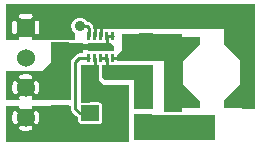
<source format=gbr>
G04 start of page 2 for group 0 idx 0 *
G04 Title: (unknown), component *
G04 Creator: pcb 20110918 *
G04 CreationDate: Sun 25 Aug 2013 03:10:13 AM GMT UTC *
G04 For: railfan *
G04 Format: Gerber/RS-274X *
G04 PCB-Dimensions: 85000 48000 *
G04 PCB-Coordinate-Origin: lower left *
%MOIN*%
%FSLAX25Y25*%
%LNTOP*%
%ADD22C,0.0380*%
%ADD21C,0.0360*%
%ADD20R,0.0142X0.0142*%
%ADD19R,0.0240X0.0240*%
%ADD18R,0.0360X0.0360*%
%ADD17R,0.0512X0.0512*%
%ADD16R,0.0230X0.0230*%
%ADD15R,0.0098X0.0098*%
%ADD14C,0.0600*%
%ADD13C,0.0200*%
%ADD12C,0.0100*%
%ADD11C,0.0001*%
G54D11*G36*
X11250Y47000D02*X24000D01*
Y41865D01*
X23849Y41772D01*
X23514Y41486D01*
X23228Y41151D01*
X22997Y40775D01*
X22829Y40368D01*
X22726Y39939D01*
X22691Y39500D01*
X22726Y39061D01*
X22829Y38632D01*
X22997Y38225D01*
X23228Y37849D01*
X23514Y37514D01*
X23849Y37228D01*
X24000Y37135D01*
Y35000D01*
X11250D01*
Y36748D01*
X11368Y36757D01*
X11482Y36785D01*
X11592Y36830D01*
X11692Y36891D01*
X11782Y36968D01*
X11859Y37058D01*
X11920Y37158D01*
X11965Y37268D01*
X11993Y37382D01*
X12000Y37500D01*
Y40500D01*
X11993Y40618D01*
X11965Y40732D01*
X11920Y40842D01*
X11859Y40942D01*
X11782Y41032D01*
X11692Y41109D01*
X11592Y41170D01*
X11482Y41215D01*
X11368Y41243D01*
X11250Y41252D01*
Y47000D01*
G37*
G36*
X7500D02*X11250D01*
Y41252D01*
X11132Y41243D01*
X11018Y41215D01*
X10908Y41170D01*
X10808Y41109D01*
X10718Y41032D01*
X10641Y40942D01*
X10580Y40842D01*
X10535Y40732D01*
X10507Y40618D01*
X10500Y40500D01*
Y37500D01*
X10507Y37382D01*
X10535Y37268D01*
X10580Y37158D01*
X10641Y37058D01*
X10718Y36968D01*
X10808Y36891D01*
X10908Y36830D01*
X11018Y36785D01*
X11132Y36757D01*
X11250Y36748D01*
Y35000D01*
X9708D01*
X9715Y35018D01*
X9743Y35132D01*
X9752Y35250D01*
X9743Y35368D01*
X9715Y35482D01*
X9670Y35592D01*
X9609Y35692D01*
X9532Y35782D01*
X9442Y35859D01*
X9342Y35920D01*
X9232Y35965D01*
X9118Y35993D01*
X9000Y36000D01*
X7500D01*
Y42000D01*
X9000D01*
X9118Y42007D01*
X9232Y42035D01*
X9342Y42080D01*
X9442Y42141D01*
X9532Y42218D01*
X9609Y42308D01*
X9670Y42408D01*
X9715Y42518D01*
X9743Y42632D01*
X9752Y42750D01*
X9743Y42868D01*
X9715Y42982D01*
X9670Y43092D01*
X9609Y43192D01*
X9532Y43282D01*
X9442Y43359D01*
X9342Y43420D01*
X9232Y43465D01*
X9118Y43493D01*
X9000Y43500D01*
X7500D01*
Y47000D01*
G37*
G36*
X3750D02*X7500D01*
Y43500D01*
X6000D01*
X5882Y43493D01*
X5768Y43465D01*
X5658Y43420D01*
X5558Y43359D01*
X5468Y43282D01*
X5391Y43192D01*
X5330Y43092D01*
X5285Y42982D01*
X5257Y42868D01*
X5248Y42750D01*
X5257Y42632D01*
X5285Y42518D01*
X5330Y42408D01*
X5391Y42308D01*
X5468Y42218D01*
X5558Y42141D01*
X5658Y42080D01*
X5768Y42035D01*
X5882Y42007D01*
X6000Y42000D01*
X7500D01*
Y36000D01*
X6000D01*
X5882Y35993D01*
X5768Y35965D01*
X5658Y35920D01*
X5558Y35859D01*
X5468Y35782D01*
X5391Y35692D01*
X5330Y35592D01*
X5285Y35482D01*
X5257Y35368D01*
X5248Y35250D01*
X5257Y35132D01*
X5285Y35018D01*
X5292Y35000D01*
X3750D01*
Y36748D01*
X3868Y36757D01*
X3982Y36785D01*
X4092Y36830D01*
X4192Y36891D01*
X4282Y36968D01*
X4359Y37058D01*
X4420Y37158D01*
X4465Y37268D01*
X4493Y37382D01*
X4500Y37500D01*
Y40500D01*
X4493Y40618D01*
X4465Y40732D01*
X4420Y40842D01*
X4359Y40942D01*
X4282Y41032D01*
X4192Y41109D01*
X4092Y41170D01*
X3982Y41215D01*
X3868Y41243D01*
X3750Y41252D01*
Y47000D01*
G37*
G36*
X1000D02*X3750D01*
Y41252D01*
X3632Y41243D01*
X3518Y41215D01*
X3408Y41170D01*
X3308Y41109D01*
X3218Y41032D01*
X3141Y40942D01*
X3080Y40842D01*
X3035Y40732D01*
X3007Y40618D01*
X3000Y40500D01*
Y37500D01*
X3007Y37382D01*
X3035Y37268D01*
X3080Y37158D01*
X3141Y37058D01*
X3218Y36968D01*
X3308Y36891D01*
X3408Y36830D01*
X3518Y36785D01*
X3632Y36757D01*
X3750Y36748D01*
Y35000D01*
X1000D01*
Y47000D01*
G37*
G36*
X32000Y15000D02*X26000D01*
Y26500D01*
X32000D01*
Y15000D01*
G37*
G36*
X16000Y34000D02*X26500D01*
Y30358D01*
X25417D01*
X25358Y30363D01*
X25123Y30344D01*
X24893Y30289D01*
X24675Y30199D01*
X24474Y30075D01*
X24473Y30075D01*
X24294Y29922D01*
X24256Y29877D01*
X22981Y28602D01*
X22936Y28564D01*
X22783Y28384D01*
X22659Y28183D01*
X22569Y27965D01*
X22514Y27735D01*
X22514Y27735D01*
X22495Y27500D01*
X22500Y27441D01*
Y15000D01*
X16000D01*
Y34000D01*
G37*
G36*
X11113Y24500D02*X22500D01*
Y15000D01*
X11113D01*
Y16853D01*
X11156Y16860D01*
X11268Y16897D01*
X11373Y16952D01*
X11468Y17022D01*
X11551Y17106D01*
X11619Y17202D01*
X11670Y17308D01*
X11818Y17716D01*
X11922Y18137D01*
X11984Y18567D01*
X12005Y19000D01*
X11984Y19433D01*
X11922Y19863D01*
X11818Y20284D01*
X11675Y20694D01*
X11622Y20800D01*
X11553Y20896D01*
X11470Y20981D01*
X11375Y21051D01*
X11269Y21106D01*
X11157Y21143D01*
X11113Y21151D01*
Y24500D01*
G37*
G36*
X7498Y24486D02*X7500Y24486D01*
X7676Y24500D01*
X11113D01*
Y21151D01*
X11040Y21163D01*
X10921Y21164D01*
X10804Y21146D01*
X10691Y21110D01*
X10585Y21057D01*
X10488Y20988D01*
X10404Y20905D01*
X10333Y20809D01*
X10279Y20704D01*
X10241Y20592D01*
X10222Y20475D01*
X10221Y20356D01*
X10239Y20239D01*
X10277Y20126D01*
X10376Y19855D01*
X10444Y19575D01*
X10486Y19289D01*
X10500Y19000D01*
X10486Y18711D01*
X10444Y18425D01*
X10376Y18145D01*
X10280Y17872D01*
X10242Y17761D01*
X10225Y17644D01*
X10225Y17526D01*
X10245Y17409D01*
X10282Y17297D01*
X10336Y17193D01*
X10406Y17098D01*
X10491Y17015D01*
X10587Y16946D01*
X10692Y16893D01*
X10805Y16857D01*
X10921Y16840D01*
X11039Y16841D01*
X11113Y16853D01*
Y15000D01*
X9450D01*
X9481Y15030D01*
X9551Y15125D01*
X9606Y15231D01*
X9643Y15343D01*
X9663Y15460D01*
X9664Y15579D01*
X9646Y15696D01*
X9610Y15809D01*
X9557Y15915D01*
X9488Y16012D01*
X9405Y16096D01*
X9309Y16167D01*
X9204Y16221D01*
X9092Y16259D01*
X8975Y16278D01*
X8856Y16279D01*
X8739Y16261D01*
X8626Y16223D01*
X8355Y16124D01*
X8075Y16056D01*
X7789Y16014D01*
X7500Y16000D01*
X7498Y16000D01*
Y22000D01*
X7500Y22000D01*
X7789Y21986D01*
X8075Y21944D01*
X8355Y21876D01*
X8628Y21780D01*
X8739Y21742D01*
X8856Y21725D01*
X8974Y21725D01*
X9091Y21745D01*
X9203Y21782D01*
X9307Y21836D01*
X9402Y21906D01*
X9485Y21991D01*
X9554Y22087D01*
X9607Y22192D01*
X9643Y22305D01*
X9660Y22421D01*
X9659Y22539D01*
X9640Y22656D01*
X9603Y22768D01*
X9548Y22873D01*
X9478Y22968D01*
X9394Y23051D01*
X9298Y23119D01*
X9192Y23170D01*
X8784Y23318D01*
X8363Y23422D01*
X7933Y23484D01*
X7500Y23505D01*
X7498Y23505D01*
Y24486D01*
G37*
G36*
X3887Y24500D02*X7324D01*
X7498Y24486D01*
Y23505D01*
X7067Y23484D01*
X6637Y23422D01*
X6216Y23318D01*
X5806Y23175D01*
X5700Y23122D01*
X5604Y23053D01*
X5519Y22970D01*
X5449Y22875D01*
X5394Y22769D01*
X5357Y22657D01*
X5337Y22540D01*
X5336Y22421D01*
X5354Y22304D01*
X5390Y22191D01*
X5443Y22085D01*
X5512Y21988D01*
X5595Y21904D01*
X5691Y21833D01*
X5796Y21779D01*
X5908Y21741D01*
X6025Y21722D01*
X6144Y21721D01*
X6261Y21739D01*
X6374Y21777D01*
X6645Y21876D01*
X6925Y21944D01*
X7211Y21986D01*
X7498Y22000D01*
Y16000D01*
X7211Y16014D01*
X6925Y16056D01*
X6645Y16124D01*
X6372Y16220D01*
X6261Y16258D01*
X6144Y16275D01*
X6026Y16275D01*
X5909Y16255D01*
X5797Y16218D01*
X5693Y16164D01*
X5598Y16094D01*
X5515Y16009D01*
X5446Y15913D01*
X5393Y15808D01*
X5357Y15695D01*
X5340Y15579D01*
X5341Y15461D01*
X5360Y15344D01*
X5397Y15232D01*
X5452Y15127D01*
X5522Y15032D01*
X5555Y15000D01*
X3887D01*
Y16849D01*
X3960Y16837D01*
X4079Y16836D01*
X4196Y16854D01*
X4309Y16890D01*
X4415Y16943D01*
X4512Y17012D01*
X4596Y17095D01*
X4667Y17191D01*
X4721Y17296D01*
X4759Y17408D01*
X4778Y17525D01*
X4779Y17644D01*
X4761Y17761D01*
X4723Y17874D01*
X4624Y18145D01*
X4556Y18425D01*
X4514Y18711D01*
X4500Y19000D01*
X4514Y19289D01*
X4556Y19575D01*
X4624Y19855D01*
X4720Y20128D01*
X4758Y20239D01*
X4775Y20356D01*
X4775Y20474D01*
X4755Y20591D01*
X4718Y20703D01*
X4664Y20807D01*
X4594Y20902D01*
X4509Y20985D01*
X4413Y21054D01*
X4308Y21107D01*
X4195Y21143D01*
X4079Y21160D01*
X3961Y21159D01*
X3887Y21147D01*
Y24500D01*
G37*
G36*
X1000D02*X3887D01*
Y21147D01*
X3844Y21140D01*
X3732Y21103D01*
X3627Y21048D01*
X3532Y20978D01*
X3449Y20894D01*
X3381Y20798D01*
X3330Y20692D01*
X3182Y20284D01*
X3078Y19863D01*
X3016Y19433D01*
X2995Y19000D01*
X3016Y18567D01*
X3078Y18137D01*
X3182Y17716D01*
X3325Y17306D01*
X3378Y17200D01*
X3447Y17104D01*
X3530Y17019D01*
X3625Y16949D01*
X3731Y16894D01*
X3843Y16857D01*
X3887Y16849D01*
Y15000D01*
X1000D01*
Y24500D01*
G37*
G36*
X12000Y23500D02*X17000Y28500D01*
Y23500D01*
X12000D01*
G37*
G36*
X11113Y13000D02*X22500D01*
Y12059D01*
X22495Y12000D01*
X22514Y11765D01*
X22569Y11535D01*
X22659Y11317D01*
X22783Y11116D01*
X22936Y10936D01*
X22981Y10898D01*
X24398Y9481D01*
X24436Y9436D01*
X24616Y9283D01*
X24817Y9159D01*
X25035Y9069D01*
X25055Y9064D01*
X25057Y7741D01*
X25094Y7588D01*
X25154Y7443D01*
X25236Y7308D01*
X25339Y7189D01*
X25458Y7086D01*
X25593Y7004D01*
X25738Y6944D01*
X25891Y6907D01*
X26048Y6898D01*
X32109Y6907D01*
X32262Y6944D01*
X32407Y7004D01*
X32542Y7086D01*
X32661Y7189D01*
X32764Y7308D01*
X32846Y7443D01*
X32906Y7588D01*
X32943Y7741D01*
X32952Y7898D01*
X32943Y13000D01*
X42000D01*
Y1000D01*
X11113D01*
Y6853D01*
X11156Y6860D01*
X11268Y6897D01*
X11373Y6952D01*
X11468Y7022D01*
X11551Y7106D01*
X11619Y7202D01*
X11670Y7308D01*
X11818Y7716D01*
X11922Y8137D01*
X11984Y8567D01*
X12005Y9000D01*
X11984Y9433D01*
X11922Y9863D01*
X11818Y10284D01*
X11675Y10694D01*
X11622Y10800D01*
X11553Y10896D01*
X11470Y10981D01*
X11375Y11051D01*
X11269Y11106D01*
X11157Y11143D01*
X11113Y11151D01*
Y13000D01*
G37*
G36*
X7502Y12000D02*X7789Y11986D01*
X8075Y11944D01*
X8355Y11876D01*
X8628Y11780D01*
X8739Y11742D01*
X8856Y11725D01*
X8974Y11725D01*
X9091Y11745D01*
X9203Y11782D01*
X9307Y11836D01*
X9402Y11906D01*
X9485Y11991D01*
X9554Y12087D01*
X9607Y12192D01*
X9643Y12305D01*
X9660Y12421D01*
X9659Y12539D01*
X9640Y12656D01*
X9603Y12768D01*
X9548Y12873D01*
X9478Y12968D01*
X9445Y13000D01*
X11113D01*
Y11151D01*
X11040Y11163D01*
X10921Y11164D01*
X10804Y11146D01*
X10691Y11110D01*
X10585Y11057D01*
X10488Y10988D01*
X10404Y10905D01*
X10333Y10809D01*
X10279Y10704D01*
X10241Y10592D01*
X10222Y10475D01*
X10221Y10356D01*
X10239Y10239D01*
X10277Y10126D01*
X10376Y9855D01*
X10444Y9575D01*
X10486Y9289D01*
X10500Y9000D01*
X10486Y8711D01*
X10444Y8425D01*
X10376Y8145D01*
X10280Y7872D01*
X10242Y7761D01*
X10225Y7644D01*
X10225Y7526D01*
X10245Y7409D01*
X10282Y7297D01*
X10336Y7193D01*
X10406Y7098D01*
X10491Y7015D01*
X10587Y6946D01*
X10692Y6893D01*
X10805Y6857D01*
X10921Y6840D01*
X11039Y6841D01*
X11113Y6853D01*
Y1000D01*
X7502D01*
Y4495D01*
X7933Y4516D01*
X8363Y4578D01*
X8784Y4682D01*
X9194Y4825D01*
X9300Y4878D01*
X9396Y4947D01*
X9481Y5030D01*
X9551Y5125D01*
X9606Y5231D01*
X9643Y5343D01*
X9663Y5460D01*
X9664Y5579D01*
X9646Y5696D01*
X9610Y5809D01*
X9557Y5915D01*
X9488Y6012D01*
X9405Y6096D01*
X9309Y6167D01*
X9204Y6221D01*
X9092Y6259D01*
X8975Y6278D01*
X8856Y6279D01*
X8739Y6261D01*
X8626Y6223D01*
X8355Y6124D01*
X8075Y6056D01*
X7789Y6014D01*
X7502Y6000D01*
Y12000D01*
G37*
G36*
X3887Y13000D02*X5550D01*
X5519Y12970D01*
X5449Y12875D01*
X5394Y12769D01*
X5357Y12657D01*
X5337Y12540D01*
X5336Y12421D01*
X5354Y12304D01*
X5390Y12191D01*
X5443Y12085D01*
X5512Y11988D01*
X5595Y11904D01*
X5691Y11833D01*
X5796Y11779D01*
X5908Y11741D01*
X6025Y11722D01*
X6144Y11721D01*
X6261Y11739D01*
X6374Y11777D01*
X6645Y11876D01*
X6925Y11944D01*
X7211Y11986D01*
X7500Y12000D01*
X7502Y12000D01*
Y6000D01*
X7500Y6000D01*
X7211Y6014D01*
X6925Y6056D01*
X6645Y6124D01*
X6372Y6220D01*
X6261Y6258D01*
X6144Y6275D01*
X6026Y6275D01*
X5909Y6255D01*
X5797Y6218D01*
X5693Y6164D01*
X5598Y6094D01*
X5515Y6009D01*
X5446Y5913D01*
X5393Y5808D01*
X5357Y5695D01*
X5340Y5579D01*
X5341Y5461D01*
X5360Y5344D01*
X5397Y5232D01*
X5452Y5127D01*
X5522Y5032D01*
X5606Y4949D01*
X5702Y4881D01*
X5808Y4830D01*
X6216Y4682D01*
X6637Y4578D01*
X7067Y4516D01*
X7500Y4495D01*
X7502Y4495D01*
Y1000D01*
X3887D01*
Y6849D01*
X3960Y6837D01*
X4079Y6836D01*
X4196Y6854D01*
X4309Y6890D01*
X4415Y6943D01*
X4512Y7012D01*
X4596Y7095D01*
X4667Y7191D01*
X4721Y7296D01*
X4759Y7408D01*
X4778Y7525D01*
X4779Y7644D01*
X4761Y7761D01*
X4723Y7874D01*
X4624Y8145D01*
X4556Y8425D01*
X4514Y8711D01*
X4500Y9000D01*
X4514Y9289D01*
X4556Y9575D01*
X4624Y9855D01*
X4720Y10128D01*
X4758Y10239D01*
X4775Y10356D01*
X4775Y10474D01*
X4755Y10591D01*
X4718Y10703D01*
X4664Y10807D01*
X4594Y10902D01*
X4509Y10985D01*
X4413Y11054D01*
X4308Y11107D01*
X4195Y11143D01*
X4079Y11160D01*
X3961Y11159D01*
X3887Y11147D01*
Y13000D01*
G37*
G36*
X1000D02*X3887D01*
Y11147D01*
X3844Y11140D01*
X3732Y11103D01*
X3627Y11048D01*
X3532Y10978D01*
X3449Y10894D01*
X3381Y10798D01*
X3330Y10692D01*
X3182Y10284D01*
X3078Y9863D01*
X3016Y9433D01*
X2995Y9000D01*
X3016Y8567D01*
X3078Y8137D01*
X3182Y7716D01*
X3325Y7306D01*
X3378Y7200D01*
X3447Y7104D01*
X3530Y7019D01*
X3625Y6949D01*
X3731Y6894D01*
X3843Y6857D01*
X3887Y6849D01*
Y1000D01*
X1000D01*
Y13000D01*
G37*
G36*
X42000Y1000D02*X32000D01*
Y6907D01*
X32109Y6907D01*
X32262Y6944D01*
X32407Y7004D01*
X32542Y7086D01*
X32661Y7189D01*
X32764Y7308D01*
X32846Y7443D01*
X32906Y7588D01*
X32943Y7741D01*
X32952Y7898D01*
X32943Y13173D01*
X32906Y13326D01*
X32846Y13471D01*
X32764Y13606D01*
X32661Y13725D01*
X32542Y13828D01*
X32407Y13910D01*
X32262Y13970D01*
X32109Y14007D01*
X32000Y14013D01*
Y20000D01*
X42000D01*
Y1000D01*
G37*
G36*
X50000Y26500D02*Y12000D01*
X43500D01*
Y26500D01*
X50000D01*
G37*
G36*
X26000Y20000D02*X42000D01*
Y13500D01*
X32828D01*
X32764Y13606D01*
X32661Y13725D01*
X32542Y13828D01*
X32407Y13910D01*
X32262Y13970D01*
X32109Y14007D01*
X31952Y14016D01*
X26000Y14007D01*
Y20000D01*
G37*
G36*
X31000Y22500D02*X34500Y19000D01*
X31000D01*
Y22500D01*
G37*
G36*
X33000Y26500D02*X50000D01*
Y21500D01*
X34000D01*
X33000Y22500D01*
Y26500D01*
G37*
G36*
X50000D01*
Y21500D01*
X34000D01*
X33000Y22500D01*
Y26500D01*
G37*
G36*
X20500Y47000D02*X84000D01*
Y38500D01*
X30055D01*
Y38886D01*
X30060Y38945D01*
X30041Y39180D01*
X29986Y39410D01*
X29896Y39628D01*
X29772Y39829D01*
X29619Y40009D01*
X29574Y40047D01*
X29102Y40519D01*
X29064Y40564D01*
X28884Y40717D01*
X28683Y40841D01*
X28465Y40931D01*
X28235Y40986D01*
X28235Y40986D01*
X28000Y41005D01*
X27941Y41000D01*
X27865D01*
X27772Y41151D01*
X27486Y41486D01*
X27151Y41772D01*
X26775Y42003D01*
X26368Y42171D01*
X25939Y42274D01*
X25500Y42309D01*
X25061Y42274D01*
X24632Y42171D01*
X24225Y42003D01*
X23849Y41772D01*
X23514Y41486D01*
X23228Y41151D01*
X22997Y40775D01*
X22829Y40368D01*
X22726Y39939D01*
X22691Y39500D01*
X22726Y39061D01*
X22829Y38632D01*
X22884Y38500D01*
X20500D01*
Y47000D01*
G37*
G36*
X73500D02*X84000D01*
Y34000D01*
X73500D01*
Y47000D01*
G37*
G36*
X84000Y37000D02*Y12000D01*
X79500D01*
Y37000D01*
X84000D01*
G37*
G36*
X39500Y28000D02*Y37000D01*
X59500D01*
Y28000D01*
X39500D01*
G37*
G36*
X38000D02*Y30000D01*
X39500Y31500D01*
X40500D01*
Y28000D01*
X38000D01*
G37*
G36*
X53500Y37000D02*X59500D01*
Y11000D01*
X53500D01*
Y37000D01*
G37*
G36*
X43500Y10000D02*X70500D01*
Y1500D01*
X43500D01*
Y10000D01*
G37*
G54D12*X30524Y36142D02*Y40000D01*
X32492Y36142D02*Y40000D01*
X28555Y36142D02*Y38945D01*
X28000Y39500D01*
X25500D01*
X32492Y28858D02*X34460D01*
X36429D02*X42000D01*
X34460D02*Y25000D01*
X30524Y28858D02*Y24500D01*
X36429Y36142D02*X34460D01*
Y32500D01*
X28555Y28858D02*X25358D01*
X24000Y27500D01*
G54D13*X30000Y32500D02*X19000D01*
G54D12*X24000Y27500D02*Y12000D01*
X25500Y10500D01*
X29000D01*
G54D11*G36*
X4500Y42000D02*Y36000D01*
X10500D01*
Y42000D01*
X4500D01*
G37*
G54D14*X7500Y29000D03*
Y19000D03*
Y9000D03*
G54D15*X36429Y29744D02*Y27972D01*
G54D16*X58800Y34700D02*X64400D01*
G54D11*G36*
X57950Y35550D02*Y31550D01*
X61950D01*
Y35550D01*
X57950D01*
G37*
G36*
X57829Y30077D02*X63423Y35671D01*
X65544Y33550D01*
X59950Y27956D01*
X57829Y30077D01*
G37*
G36*
X59950Y20044D02*X65544Y14450D01*
X63423Y12329D01*
X57829Y17923D01*
X59950Y20044D01*
G37*
G54D16*X58800Y34700D02*Y13300D01*
X64400D01*
G54D11*G36*
X57950Y16450D02*Y12450D01*
X61950D01*
Y16450D01*
X57950D01*
G37*
G54D17*X46107Y14543D02*X46893D01*
G54D18*X46900Y22600D02*X48100D01*
G54D17*X46107Y7457D02*X46893D01*
G54D18*X46900Y35500D02*X48100D01*
G54D15*X30524Y37028D02*Y35256D01*
X28555Y37028D02*Y35256D01*
Y29744D02*Y27972D01*
X30524Y29744D02*Y27972D01*
X36429Y37028D02*Y35256D01*
X34460Y37028D02*Y35256D01*
X32492Y37028D02*Y35256D01*
G54D17*X18607Y38543D02*X19393D01*
G54D15*X32492Y29744D02*Y27972D01*
X34460Y29744D02*Y27972D01*
G54D19*X29362Y32500D02*X34638D01*
G54D20*X28870Y32008D02*X36114D01*
G54D11*G36*
X34754Y32617D02*X35838Y33701D01*
X36822Y32717D01*
X35738Y31633D01*
X34754Y32617D01*
G37*
G54D17*X18607Y31457D02*X19393D01*
X28607Y10457D02*X29393D01*
X28607Y17543D02*X29393D01*
X18607Y10457D02*X19393D01*
X18607Y17543D02*X19393D01*
G54D16*X80200Y34700D02*Y13300D01*
X74600Y34700D02*X80200D01*
X74600Y13300D02*X80200D01*
G54D11*G36*
X77050Y35550D02*Y31550D01*
X81050D01*
Y35550D01*
X77050D01*
G37*
G36*
Y16450D02*Y12450D01*
X81050D01*
Y16450D01*
X77050D01*
G37*
G36*
X75577Y35671D02*X81171Y30077D01*
X79050Y27956D01*
X73456Y33550D01*
X75577Y35671D01*
G37*
G36*
X73456Y14450D02*X79050Y20044D01*
X81171Y17923D01*
X75577Y12329D01*
X73456Y14450D01*
G37*
G54D21*X53000Y7500D03*
X58000D03*
X55500Y4000D03*
X25500Y39500D03*
X63000Y7500D03*
X68000D03*
X60500Y4000D03*
X65500D03*
G54D13*G54D22*M02*

</source>
